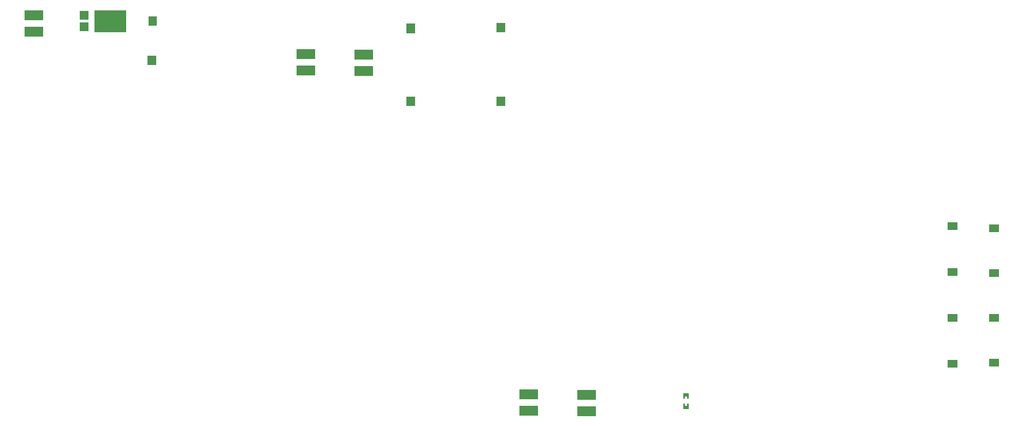
<source format=gtp>
G04 Layer: TopPasteMaskLayer*
G04 EasyEDA v6.5.9, 2022-08-06 01:20:59*
G04 9b1ba566d4af4bc6ab690ab6380ac67e,c09117847ad249c1abd8b20aa127d3a4,10*
G04 Gerber Generator version 0.2*
G04 Scale: 100 percent, Rotated: No, Reflected: No *
G04 Dimensions in millimeters *
G04 leading zeros omitted , absolute positions ,4 integer and 5 decimal *
%FSLAX45Y45*%
%MOMM*%

%ADD10R,1.5011X1.3005*%
%ADD11R,1.4000X1.4000*%
%ADD12R,4.9000X3.4000*%
%ADD13R,3.0000X1.5000*%

%LPD*%
G36*
X11313820Y746810D02*
G01*
X11308791Y741781D01*
X11308791Y661822D01*
X11313820Y656793D01*
X11336578Y656793D01*
X11336578Y693826D01*
X11369598Y693826D01*
X11369598Y656793D01*
X11393779Y656793D01*
X11398808Y661822D01*
X11398808Y741781D01*
X11393779Y746810D01*
G37*
G36*
X11313820Y586790D02*
G01*
X11308791Y581812D01*
X11308791Y502818D01*
X11313820Y497789D01*
X11393779Y497789D01*
X11398808Y502818D01*
X11398808Y581812D01*
X11393779Y586790D01*
X11369598Y586790D01*
X11369598Y548792D01*
X11336578Y548792D01*
X11336578Y586790D01*
G37*
D10*
G01*
X15481300Y1206500D03*
G01*
X16129000Y1219200D03*
G36*
X7021575Y5345556D02*
G01*
X7151624Y5345556D01*
X7151624Y5195443D01*
X7021575Y5195443D01*
G37*
G36*
X7021575Y6475856D02*
G01*
X7151624Y6475856D01*
X7151624Y6325743D01*
X7021575Y6325743D01*
G37*
G36*
X8418575Y5345556D02*
G01*
X8548624Y5345556D01*
X8548624Y5195443D01*
X8418575Y5195443D01*
G37*
G36*
X8418575Y6488556D02*
G01*
X8548624Y6488556D01*
X8548624Y6338443D01*
X8418575Y6338443D01*
G37*
G36*
X3021075Y6590156D02*
G01*
X3151124Y6590156D01*
X3151124Y6440043D01*
X3021075Y6440043D01*
G37*
G36*
X3008375Y5980556D02*
G01*
X3138424Y5980556D01*
X3138424Y5830443D01*
X3008375Y5830443D01*
G37*
G01*
X15481300Y3340100D03*
G01*
X16129000Y3302000D03*
G01*
X15481300Y1917700D03*
G01*
X16129000Y1913458D03*
G01*
X15481300Y2628900D03*
G01*
X16129000Y2607741D03*
D11*
G01*
X2019300Y6607098D03*
G01*
X2019300Y6423101D03*
D12*
G01*
X2425700Y6515100D03*
D13*
G01*
X1246987Y6349974D03*
G01*
X1246987Y6603974D03*
G01*
X5462777Y5745962D03*
G01*
X5462777Y5999962D03*
G01*
X6360312Y5994425D03*
G01*
X6360312Y5740425D03*
G01*
X8914688Y472973D03*
G01*
X8914688Y726973D03*
G01*
X9814712Y723925D03*
G01*
X9814712Y469925D03*
M02*

</source>
